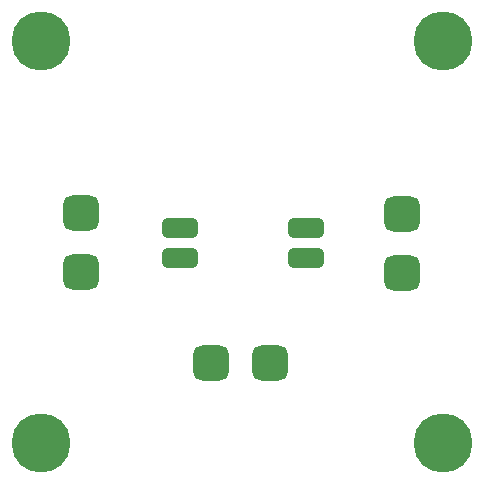
<source format=gbs>
%TF.GenerationSoftware,KiCad,Pcbnew,(6.0.2)*%
%TF.CreationDate,2022-04-05T13:44:54-03:00*%
%TF.ProjectId,EM8900,454d3839-3030-42e6-9b69-6361645f7063,rev?*%
%TF.SameCoordinates,PX5f5e100PY8583b00*%
%TF.FileFunction,Soldermask,Bot*%
%TF.FilePolarity,Negative*%
%FSLAX46Y46*%
G04 Gerber Fmt 4.6, Leading zero omitted, Abs format (unit mm)*
G04 Created by KiCad (PCBNEW (6.0.2)) date 2022-04-05 13:44:54*
%MOMM*%
%LPD*%
G01*
G04 APERTURE LIST*
G04 Aperture macros list*
%AMRoundRect*
0 Rectangle with rounded corners*
0 $1 Rounding radius*
0 $2 $3 $4 $5 $6 $7 $8 $9 X,Y pos of 4 corners*
0 Add a 4 corners polygon primitive as box body*
4,1,4,$2,$3,$4,$5,$6,$7,$8,$9,$2,$3,0*
0 Add four circle primitives for the rounded corners*
1,1,$1+$1,$2,$3*
1,1,$1+$1,$4,$5*
1,1,$1+$1,$6,$7*
1,1,$1+$1,$8,$9*
0 Add four rect primitives between the rounded corners*
20,1,$1+$1,$2,$3,$4,$5,0*
20,1,$1+$1,$4,$5,$6,$7,0*
20,1,$1+$1,$6,$7,$8,$9,0*
20,1,$1+$1,$8,$9,$2,$3,0*%
G04 Aperture macros list end*
%ADD10RoundRect,0.750000X-0.750000X0.750000X-0.750000X-0.750000X0.750000X-0.750000X0.750000X0.750000X0*%
%ADD11RoundRect,0.425000X-1.075000X-0.425000X1.075000X-0.425000X1.075000X0.425000X-1.075000X0.425000X0*%
%ADD12RoundRect,0.750000X0.750000X-0.750000X0.750000X0.750000X-0.750000X0.750000X-0.750000X-0.750000X0*%
%ADD13RoundRect,0.750000X0.750000X0.750000X-0.750000X0.750000X-0.750000X-0.750000X0.750000X-0.750000X0*%
%ADD14C,5.000000*%
G04 APERTURE END LIST*
D10*
X6426000Y22525000D03*
X6426000Y17525000D03*
D11*
X14808000Y21255000D03*
X14808000Y18715000D03*
X25476000Y21255000D03*
X25476000Y18715000D03*
D12*
X33604000Y17445000D03*
X33604000Y22445000D03*
D13*
X22428000Y9825000D03*
X17428000Y9825000D03*
D14*
X3048000Y3048000D03*
X37084000Y37084000D03*
X3048000Y37084000D03*
X37084000Y3048000D03*
M02*

</source>
